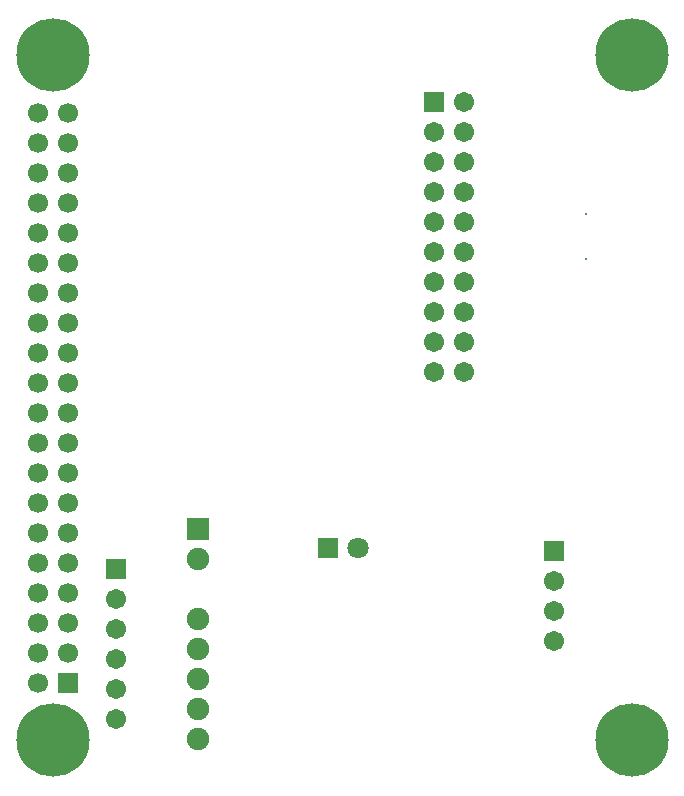
<source format=gbs>
G04*
G04 #@! TF.GenerationSoftware,Altium Limited,Altium Designer,22.6.1 (34)*
G04*
G04 Layer_Color=16711935*
%FSAX44Y44*%
%MOMM*%
G71*
G04*
G04 #@! TF.SameCoordinates,3ED828DF-7C99-4F06-8B8B-480B9A04C0B7*
G04*
G04*
G04 #@! TF.FilePolarity,Negative*
G04*
G01*
G75*
%ADD49R,1.7032X1.7032*%
%ADD50C,1.7032*%
%ADD51C,1.8032*%
%ADD52R,1.8032X1.8032*%
%ADD53C,1.7000*%
%ADD54R,1.7000X1.7000*%
%ADD55C,6.2032*%
%ADD56C,1.9032*%
%ADD57R,1.9032X1.9032*%
%ADD58C,0.2032*%
D49*
X01204230Y00687050D02*
D03*
X01473289Y01082120D02*
D03*
X01574569Y00702489D02*
D03*
D50*
X01204230Y00661650D02*
D03*
Y00636250D02*
D03*
Y00610850D02*
D03*
Y00585450D02*
D03*
Y00560050D02*
D03*
X01498689Y01082120D02*
D03*
X01473289Y01056720D02*
D03*
X01498689D02*
D03*
X01473289Y01031320D02*
D03*
X01498689D02*
D03*
X01473289Y01005920D02*
D03*
X01498689D02*
D03*
X01473289Y00980520D02*
D03*
X01498689D02*
D03*
X01473289Y00955120D02*
D03*
X01498689D02*
D03*
X01473289Y00929720D02*
D03*
X01498689D02*
D03*
X01473289Y00904320D02*
D03*
X01498689D02*
D03*
X01473289Y00878920D02*
D03*
X01498689D02*
D03*
X01473289Y00853520D02*
D03*
X01498689D02*
D03*
X01574569Y00626289D02*
D03*
Y00651689D02*
D03*
Y00677089D02*
D03*
D51*
X01409130Y00704850D02*
D03*
D52*
X01383730D02*
D03*
D53*
X01138030Y01073150D02*
D03*
X01163430D02*
D03*
X01138030Y01047750D02*
D03*
X01163430D02*
D03*
X01138030Y01022350D02*
D03*
X01163430D02*
D03*
X01138030Y00996950D02*
D03*
X01163430D02*
D03*
X01138030Y00971550D02*
D03*
X01163430D02*
D03*
X01138030Y00946150D02*
D03*
X01163430D02*
D03*
X01138030Y00920750D02*
D03*
X01163430D02*
D03*
X01138030Y00895350D02*
D03*
X01163430D02*
D03*
X01138030Y00869950D02*
D03*
X01163430D02*
D03*
X01138030Y00844550D02*
D03*
X01163430D02*
D03*
X01138030Y00819150D02*
D03*
X01163430D02*
D03*
X01138030Y00793750D02*
D03*
X01163430D02*
D03*
X01138030Y00768350D02*
D03*
X01163430D02*
D03*
X01138030Y00742950D02*
D03*
X01163430D02*
D03*
X01138030Y00717550D02*
D03*
X01163430D02*
D03*
X01138030Y00692150D02*
D03*
X01163430D02*
D03*
X01138030Y00666750D02*
D03*
X01163430D02*
D03*
X01138030Y00641350D02*
D03*
X01163430D02*
D03*
X01138030Y00615950D02*
D03*
X01163430D02*
D03*
X01138030Y00590550D02*
D03*
D54*
X01163430D02*
D03*
D55*
X01640730Y01121850D02*
D03*
X01150730D02*
D03*
X01640730Y00541850D02*
D03*
X01150730D02*
D03*
D56*
X01273730Y00543450D02*
D03*
Y00568850D02*
D03*
Y00594250D02*
D03*
Y00619650D02*
D03*
Y00645050D02*
D03*
Y00695850D02*
D03*
D57*
Y00721250D02*
D03*
D58*
X01602089Y00987470D02*
D03*
Y00949370D02*
D03*
M02*

</source>
